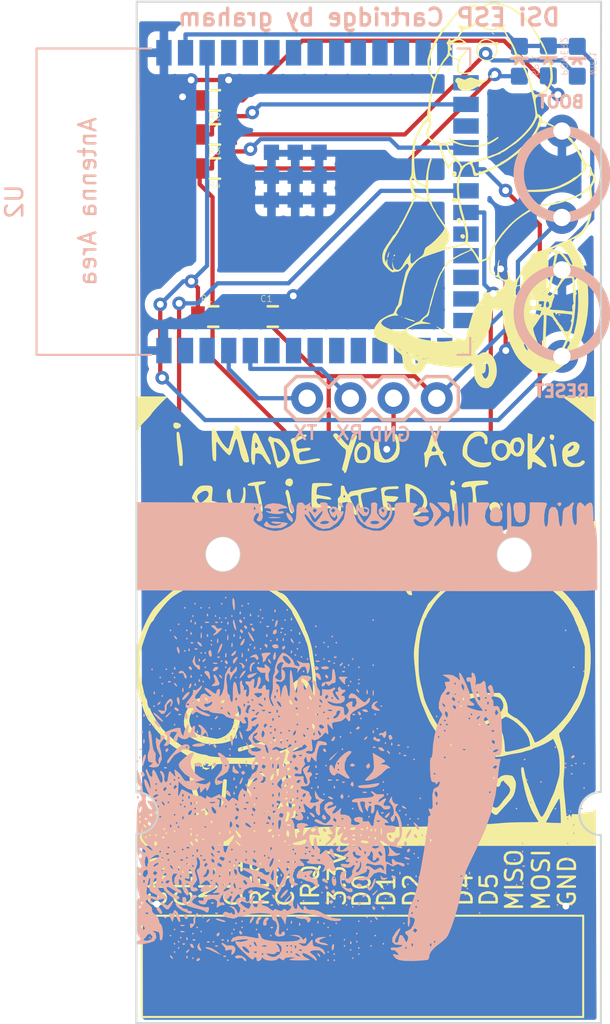
<source format=kicad_pcb>
(kicad_pcb (version 20240108) (generator "pcbnew") (generator_version "8.0")
  (title_block (title "Nintendo DS Breakout Board") (date "2021-01-04") (rev "1.0") (company "pedro-javierf") (comment 1 "pedrojavier.com") (comment 2 "A breakout board for Nintendo DS/DSi/3DS exposing all signals"))
  (layers (0 "F.Cu" signal) (31 "B.Cu" signal) (34 "B.Paste" user) (35 "F.Paste" user) (36 "B.SilkS" user "B.Silkscreen") (37 "F.SilkS" user "F.Silkscreen") (38 "B.Mask" user) (39 "F.Mask" user) (44 "Edge.Cuts" user))
  (net 0 "")
  (net 2 "/WIFI_IND")
  (net 34 "/GND")
  (net 38 "unconnected-(U1-UNUSED-Pad3)")
  (net 41 "/TXD")
  (net 42 "/RXD")
  (net 43 "/VCC")
  (net 44 "/SPI_CS")
  (net 45 "/SPI_CLK")
  (net 46 "/SPI_MOSI")
  (net 47 "/SPI_MISO")
  (net 48 "Net-(BOOT1-1)")
  (net 49 "Net-(RESET1-1)")
  (net 50 "Net-(POWER2-PadA)")
  (net 51 "Net-(R3-Pad1)")
  (net 52 "Net-(R4-Pad1)")
  (footprint "Connector:nds_contact_pads" (layer "F.Cu") (at 124.5 92.8579)
    (property "Reference" "U1" (hide yes))
    (property "Value" "ndsPADS" (hide yes))
    (pad "1" smd rect (at -7.1 3.95) (size 1 5) (layers "F.Cu" "F.Paste" "F.Mask") (net 34 "/GND"))
    (pad "2" smd rect (at -5.6 3.35) (size 1 3.8) (layers "F.Cu" "F.Paste" "F.Mask") (net 45 "/SPI_CLK"))
    (pad "3" smd rect (at -4.1 3.35) (size 1 3.8) (layers "F.Cu" "F.Paste" "F.Mask") (net 38 "unconnected-(U1-UNUSED-Pad3)"))
    (pad "4" smd rect (at -2.6 3.35) (size 1 3.8) (layers "F.Cu" "F.Paste" "F.Mask"))
    (pad "5" smd rect (at -1.1 3.35) (size 1 3.8) (layers "F.Cu" "F.Paste" "F.Mask"))
    (pad "6" smd rect (at 0.4 3.35) (size 1 3.8) (layers "F.Cu" "F.Paste" "F.Mask") (net 44 "/SPI_CS"))
    (pad "7" smd rect (at 1.9 3.35) (size 1 3.8) (layers "F.Cu" "F.Paste" "F.Mask"))
    (pad "8" smd rect (at 3.4 3.7) (size 1 4.5) (layers "F.Cu" "F.Paste" "F.Mask") (net 43 "/VCC"))
    (pad "9" smd rect (at 4.9 3.35) (size 1 3.8) (layers "F.Cu" "F.Paste" "F.Mask"))
    (pad "10" smd rect (at 6.4 3.35) (size 1 3.8) (layers "F.Cu" "F.Paste" "F.Mask"))
    (pad "11" smd rect (at 7.9 3.35) (size 1 3.8) (layers "F.Cu" "F.Paste" "F.Mask"))
    (pad "12" smd rect (at 9.4 3.35) (size 1 3.8) (layers "F.Cu" "F.Paste" "F.Mask"))
    (pad "13" smd rect (at 10.9 3.35) (size 1 3.8) (layers "F.Cu" "F.Paste" "F.Mask"))
    (pad "14" smd rect (at 12.4 3.35) (size 1 3.8) (layers "F.Cu" "F.Paste" "F.Mask"))
    (pad "15" smd rect (at 13.9 3.35) (size 1 3.8) (layers "F.Cu" "F.Paste" "F.Mask") (net 47 "/SPI_MISO"))
    (pad "16" smd rect (at 15.4 3.35) (size 1 3.8) (layers "F.Cu" "F.Paste" "F.Mask") (net 46 "/SPI_MOSI"))
    (pad "17" smd rect (at 16.9 3.95) (size 1 5) (layers "F.Cu" "F.Paste" "F.Mask") (net 34 "/GND"))
  )
  (footprint "Ilya_Teach:0805" (layer "F.Cu") (at 120.8 48 180)
    (property "Reference" "R3" (at 0.4 -1.2 0) (layer "F.SilkS") (effects (font (size 0.373888 0.373888) (thickness 0.032512)) (justify left bottom)))
    (property "Value" "330")
    (pad "1" smd rect (at -0.9 0 180) (size 0.8 1.2) (layers "F.Cu" "F.Paste" "F.Mask") (net 51 "Net-(R3-Pad1)"))
    (pad "2" smd rect (at 0.9 0 180) (size 0.8 1.2) (layers "F.Cu" "F.Paste" "F.Mask") (net 2 "/WIFI_IND"))
  )
  (footprint "LOGO" (layer "F.Cu") (at 129.7 76.6)
    (property "Reference" "cookie" (hide yes))
    (property "Value" "LOGO" (hide yes))
  )
  (footprint "Ilya_Teach:0805" (layer "F.Cu") (at 124.2 58.7)
    (property "Reference" "C1" (at -0.762 -0.8255 0) (layer "F.SilkS") (effects (font (size 0.373888 0.373888) (thickness 0.032512)) (justify left bottom)))
    (property "Value" "~")
    (pad "1" smd rect (at -0.9 0) (size 0.8 1.2) (layers "F.Cu" "F.Paste" "F.Mask") (net 43 "/VCC"))
    (pad "2" smd rect (at 0.9 0) (size 0.8 1.2) (layers "F.Cu" "F.Paste" "F.Mask") (net 34 "/GND"))
  )
  (footprint "LOGO" (layer "F.Cu") (at 136.5 50.5)
    (property "Reference" "joe" (hide yes))
    (property "Value" "LOGO" (hide yes))
  )
  (footprint "Ilya_Teach:0805" (layer "F.Cu") (at 120.8 46 180)
    (property "Reference" "R2" (at 0.4 -1.2 0) (layer "F.SilkS") (effects (font (size 0.373888 0.373888) (thickness 0.032512)) (justify left bottom)))
    (property "Value" "330")
    (pad "1" smd rect (at -0.9 0 180) (size 0.8 1.2) (layers "F.Cu" "F.Paste" "F.Mask") (net 50 "Net-(POWER2-PadA)"))
    (pad "2" smd rect (at 0.9 0 180) (size 0.8 1.2) (layers "F.Cu" "F.Paste" "F.Mask") (net 34 "/GND"))
  )
  (footprint "Ilya_Teach:0805" (layer "F.Cu") (at 120.8 50 180)
    (property "Reference" "R4" (at 0.4 -1.2 0) (layer "F.SilkS") (effects (font (size 0.373888 0.373888) (thickness 0.032512)) (justify left bottom)))
    (property "Value" "330")
    (pad "1" smd rect (at -0.9 0 180) (size 0.8 1.2) (layers "F.Cu" "F.Paste" "F.Mask") (net 52 "Net-(R4-Pad1)"))
    (pad "2" smd rect (at 0.9 0 180) (size 0.8 1.2) (layers "F.Cu" "F.Paste" "F.Mask") (net 44 "/SPI_CS"))
  )
  (footprint "Ilya_Teach:0805" (layer "F.Cu") (at 120.7 58.7)
    (property "Reference" "R1" (at -0.762 -0.8255 0) (layer "F.SilkS") (effects (font (size 0.373888 0.373888) (thickness 0.032512)) (justify left bottom)))
    (property "Value" "10000")
    (pad "1" smd rect (at -0.9 0) (size 0.8 1.2) (layers "F.Cu" "F.Paste" "F.Mask") (net 49 "Net-(RESET1-1)"))
    (pad "2" smd rect (at 0.9 0) (size 0.8 1.2) (layers "F.Cu" "F.Paste" "F.Mask") (net 43 "/VCC"))
  )
  (footprint "SparkFun-Connectors:1X04" (layer "B.Cu") (at 133.84 63.5 180)
    (property "Reference" "J1" (hide yes))
    (property "Value" "~" (hide yes))
    (pad "1" thru_hole circle (at 0 0 90) (size 1.8796 1.8796) (drill 1.016) (layers "*.Cu" "*.Mask") (net 43 "/VCC"))
    (pad "2" thru_hole circle (at 2.54 0 90) (size 1.8796 1.8796) (drill 1.016) (layers "*.Cu" "*.Mask") (net 34 "/GND"))
    (pad "3" thru_hole circle (at 5.08 0 90) (size 1.8796 1.8796) (drill 1.016) (layers "*.Cu" "*.Mask") (net 42 "/RXD"))
    (pad "4" thru_hole circle (at 7.62 0 90) (size 1.8796 1.8796) (drill 1.016) (layers "*.Cu" "*.Mask") (net 41 "/TXD"))
  )
  (footprint "PCM_Espressif:ESP32-S3-WROOM-1" (layer "B.Cu") (at 126.06 51.95 -90)
    (property "Reference" "U2" (at 0 17.05 90) (layer "B.SilkS") (effects (justify mirror)))
    (property "Value" "ESP32-S3-WROOM-1")
    (fp_text user "Antenna Area" (at 0 12.75 90) (layer "B.SilkS") (effects (justify mirror)))
    (pad "1" smd rect (at -8.75 8.26 270) (size 1.5 0.9) (layers "B.Cu" "B.Paste" "B.Mask") (net 34 "/GND"))
    (pad "2" smd rect (at -8.75 6.99 270) (size 1.5 0.9) (layers "B.Cu" "B.Paste" "B.Mask") (net 43 "/VCC"))
    (pad "3" smd rect (at -8.75 5.72 270) (size 1.5 0.9) (layers "B.Cu" "B.Paste" "B.Mask") (net 49 "Net-(RESET1-1)"))
    (pad "4" smd rect (at -8.75 4.45 270) (size 1.5 0.9) (layers "B.Cu" "B.Paste" "B.Mask"))
    (pad "5" smd rect (at -8.75 3.18 270) (size 1.5 0.9) (layers "B.Cu" "B.Paste" "B.Mask"))
    (pad "6" smd rect (at -8.75 1.91 270) (size 1.5 0.9) (layers "B.Cu" "B.Paste" "B.Mask"))
    (pad "7" smd rect (at -8.75 0.64 270) (size 1.5 0.9) (layers "B.Cu" "B.Paste" "B.Mask"))
    (pad "8" smd rect (at -8.75 -0.63 270) (size 1.5 0.9) (layers "B.Cu" "B.Paste" "B.Mask"))
    (pad "9" smd rect (at -8.75 -1.9 270) (size 1.5 0.9) (layers "B.Cu" "B.Paste" "B.Mask"))
    (pad "10" smd rect (at -8.75 -3.17 270) (size 1.5 0.9) (layers "B.Cu" "B.Paste" "B.Mask"))
    (pad "11" smd rect (at -8.75 -4.44 270) (size 1.5 0.9) (layers "B.Cu" "B.Paste" "B.Mask"))
    (pad "12" smd rect (at -8.75 -5.71 270) (size 1.5 0.9) (layers "B.Cu" "B.Paste" "B.Mask"))
    (pad "13" smd rect (at -8.75 -6.98 270) (size 1.5 0.9) (layers "B.Cu" "B.Paste" "B.Mask"))
    (pad "14" smd rect (at -8.75 -8.25 270) (size 1.5 0.9) (layers "B.Cu" "B.Paste" "B.Mask"))
    (pad "15" smd rect (at -6.985 -9.5 180) (size 1.5 0.9) (layers "B.Cu" "B.Paste" "B.Mask"))
    (pad "16" smd rect (at -5.715 -9.5 180) (size 1.5 0.9) (layers "B.Cu" "B.Paste" "B.Mask") (net 2 "/WIFI_IND"))
    (pad "17" smd rect (at -4.445 -9.5 180) (size 1.5 0.9) (layers "B.Cu" "B.Paste" "B.Mask"))
    (pad "18" smd rect (at -3.175 -9.5 180) (size 1.5 0.9) (layers "B.Cu" "B.Paste" "B.Mask") (net 44 "/SPI_CS"))
    (pad "19" smd rect (at -1.905 -9.5 180) (size 1.5 0.9) (layers "B.Cu" "B.Paste" "B.Mask") (net 46 "/SPI_MOSI"))
    (pad "20" smd rect (at -0.635 -9.5 180) (size 1.5 0.9) (layers "B.Cu" "B.Paste" "B.Mask") (net 45 "/SPI_CLK"))
    (pad "21" smd rect (at 0.635 -9.5 180) (size 1.5 0.9) (layers "B.Cu" "B.Paste" "B.Mask") (net 47 "/SPI_MISO"))
    (pad "22" smd rect (at 1.905 -9.5 180) (size 1.5 0.9) (layers "B.Cu" "B.Paste" "B.Mask"))
    (pad "23" smd rect (at 3.175 -9.5 180) (size 1.5 0.9) (layers "B.Cu" "B.Paste" "B.Mask"))
    (pad "24" smd rect (at 4.445 -9.5 180) (size 1.5 0.9) (layers "B.Cu" "B.Paste" "B.Mask"))
    (pad "25" smd rect (at 5.715 -9.5 180) (size 1.5 0.9) (layers "B.Cu" "B.Paste" "B.Mask"))
    (pad "26" smd rect (at 6.985 -9.5 180) (size 1.5 0.9) (layers "B.Cu" "B.Paste" "B.Mask"))
    (pad "27" smd rect (at 8.75 -8.25 90) (size 1.5 0.9) (layers "B.Cu" "B.Paste" "B.Mask") (net 48 "Net-(BOOT1-1)"))
    (pad "28" smd rect (at 8.75 -6.98 90) (size 1.5 0.9) (layers "B.Cu" "B.Paste" "B.Mask"))
    (pad "29" smd rect (at 8.75 -5.71 90) (size 1.5 0.9) (layers "B.Cu" "B.Paste" "B.Mask"))
    (pad "30" smd rect (at 8.75 -4.44 90) (size 1.5 0.9) (layers "B.Cu" "B.Paste" "B.Mask"))
    (pad "31" smd rect (at 8.75 -3.17 90) (size 1.5 0.9) (layers "B.Cu" "B.Paste" "B.Mask"))
    (pad "32" smd rect (at 8.75 -1.9 90) (size 1.5 0.9) (layers "B.Cu" "B.Paste" "B.Mask"))
    (pad "33" smd rect (at 8.75 -0.63 90) (size 1.5 0.9) (layers "B.Cu" "B.Paste" "B.Mask"))
    (pad "34" smd rect (at 8.75 0.64 90) (size 1.5 0.9) (layers "B.Cu" "B.Paste" "B.Mask"))
    (pad "35" smd rect (at 8.75 1.91 90) (size 1.5 0.9) (layers "B.Cu" "B.Paste" "B.Mask"))
    (pad "36" smd rect (at 8.75 3.18 90) (size 1.5 0.9) (layers "B.Cu" "B.Paste" "B.Mask") (net 42 "/RXD"))
    (pad "37" smd rect (at 8.75 4.45 90) (size 1.5 0.9) (layers "B.Cu" "B.Paste" "B.Mask") (net 41 "/TXD"))
    (pad "38" smd rect (at 8.75 5.72 90) (size 1.5 0.9) (layers "B.Cu" "B.Paste" "B.Mask"))
    (pad "39" smd rect (at 8.75 6.99 90) (size 1.5 0.9) (layers "B.Cu" "B.Paste" "B.Mask"))
    (pad "40" smd rect (at 8.75 8.26 90) (size 1.5 0.9) (layers "B.Cu" "B.Paste" "B.Mask") (net 34 "/GND"))
    (pad "41" smd rect (at -2.9 -0.86 90) (size 0.9 0.9) (layers "B.Cu" "B.Paste" "B.Mask") (net 34 "/GND"))
    (pad "41" smd rect (at -2.9 -0.86 90) (size 0.9 0.9) (layers "B.Cu" "B.Paste" "B.Mask") (net 34 "/GND"))
    (pad "41" smd rect (at -2.9 0.54 90) (size 0.9 0.9) (layers "B.Cu" "B.Paste" "B.Mask") (net 34 "/GND"))
    (pad "41" smd rect (at -2.9 1.94 90) (size 0.9 0.9) (layers "B.Cu" "B.Paste" "B.Mask") (net 34 "/GND"))
    (pad "41" smd rect (at -1.5 -0.86 90) (size 0.9 0.9) (layers "B.Cu" "B.Paste" "B.Mask") (net 34 "/GND"))
    (pad "41" smd rect (at -1.5 0.54 90) (size 0.9 0.9) (layers "B.Cu" "B.Paste" "B.Mask") (net 34 "/GND"))
    (pad "41" smd rect (at -1.5 1.94 90) (size 0.9 0.9) (layers "B.Cu" "B.Paste" "B.Mask") (net 34 "/GND"))
    (pad "41" smd rect (at -1.5 1.94 90) (size 0.9 0.9) (layers "B.Cu" "B.Paste" "B.Mask") (net 34 "/GND"))
    (pad "41" smd rect (at -0.1 -0.86 90) (size 0.9 0.9) (layers "B.Cu" "B.Paste" "B.Mask") (net 34 "/GND"))
    (pad "41" smd rect (at -0.1 0.54 90) (size 0.9 0.9) (layers "B.Cu" "B.Paste" "B.Mask") (net 34 "/GND"))
    (pad "41" smd rect (at -0.1 1.94 90) (size 0.9 0.9) (layers "B.Cu" "B.Paste" "B.Mask") (net 34 "/GND"))
    (zone (net 0) (net_name "") (layers "*.Cu") (name "antenna keepout") (connect_pads (clearance 0)) (min_thickness 0.254)
      (keepout (tracks not_allowed) (vias not_allowed) (pads not_allowed) (copperpour not_allowed) (footprints not_allowed))
      (fill (thermal_gap 0.508) (thermal_bridge_width 0.508))
      (polygon (pts (xy 116.26 60.95) (xy 116.26 42.95) (xy 110.31 42.95) (xy 110.31 60.95)))
    )
  )
  (footprint "Ilya_Teach:BTN_2" (layer "B.Cu") (at 141.2 58.5 90)
    (property "Reference" "RESET1" (hide yes))
    (property "Value" "~")
    (pad "P$1" thru_hole circle (at -2.54 0 90) (size 1.9304 1.9304) (drill 1.016) (layers "*.Cu" "*.Mask") (net 49 "Net-(RESET1-1)"))
    (pad "P$2" thru_hole circle (at 2.54 0 90) (size 1.9304 1.9304) (drill 1.016) (layers "*.Cu" "*.Mask") (net 34 "/GND"))
  )
  (footprint "Ilya_Teach:LED-0603" (layer "B.Cu") (at 138.7 43.7 180)
    (property "Reference" "SPI1" (at -0.6985 -0.889 -90) (layer "B.SilkS") (effects (font (size 0.373888 0.373888) (thickness 0.032512)) (justify left bottom mirror)))
    (property "Value" "GREEN")
    (pad "A" smd roundrect (at 0 -0.877 180) (size 1 1) (layers "B.Cu" "B.Paste" "B.Mask") (roundrect_rratio 0.15) (net 52 "Net-(R4-Pad1)"))
    (pad "C" smd roundrect (at 0 0.877 180) (size 1 1) (layers "B.Cu" "B.Paste" "B.Mask") (roundrect_rratio 0.15) (net 43 "/VCC"))
  )
  (footprint "Ilya_Teach:LED-0603" (layer "B.Cu") (at 142.1 43.7 180)
    (property "Reference" "WIFI1" (at -0.6985 -0.889 -90) (layer "B.SilkS") (effects (font (size 0.373888 0.373888) (thickness 0.032512)) (justify left bottom mirror)))
    (property "Value" "BLUE")
    (pad "A" smd roundrect (at 0 -0.877 180) (size 1 1) (layers "B.Cu" "B.Paste" "B.Mask") (roundrect_rratio 0.15) (net 51 "Net-(R3-Pad1)"))
    (pad "C" smd roundrect (at 0 0.877 180) (size 1 1) (layers "B.Cu" "B.Paste" "B.Mask") (roundrect_rratio 0.15) (net 43 "/VCC"))
  )
  (footprint "LOGO" (layer "B.Cu") (at 129.8 83.1 180)
    (property "Reference" "up" (hide yes))
    (property "Value" "LOGO" (hide yes))
  )
  (footprint "Ilya_Teach:BTN_2" (layer "B.Cu") (at 141.2 50.34 90)
    (property "Reference" "BOOT1" (hide yes))
    (property "Value" "~")
    (pad "P$1" thru_hole circle (at -2.54 0 90) (size 1.9304 1.9304) (drill 1.016) (layers "*.Cu" "*.Mask") (net 48 "Net-(BOOT1-1)"))
    (pad "P$2" thru_hole circle (at 2.54 0 90) (size 1.9304 1.9304) (drill 1.016) (layers "*.Cu" "*.Mask") (net 34 "/GND"))
  )
  (footprint "Ilya_Teach:LED-0603" (layer "B.Cu") (at 140.4 43.677 180)
    (property "Reference" "POWER2" (at -0.6985 -0.889 -90) (layer "B.SilkS") (effects (font (size 0.373888 0.373888) (thickness 0.032512)) (justify left bottom mirror)))
    (property "Value" "RED")
    (pad "A" smd roundrect (at 0 -0.877 180) (size 1 1) (layers "B.Cu" "B.Paste" "B.Mask") (roundrect_rratio 0.15) (net 50 "Net-(POWER2-PadA)"))
    (pad "C" smd roundrect (at 0 0.877 180) (size 1 1) (layers "B.Cu" "B.Paste" "B.Mask") (roundrect_rratio 0.15) (net 43 "/VCC"))
  )
  (gr_line (start 137.5 55.8) (end 137.6 55.9) (stroke (width 0.2)) (layer "B.Cu") (net 34))
  (gr_line (start 143.489999 86.638899) (end 143.489999 69.747899) (stroke (width 0.12)) (layer "Edge.Cuts"))
  (gr_arc (start 116.185784 86.653086) (mid 117.429963 87.878292) (end 116.184999 89.102699) (stroke (width 0.12)) (layer "Edge.Cuts"))
  (gr_arc (start 143.489913 89.1669) (mid 142.215959 87.902856) (end 143.489999 86.638899) (stroke (width 0.12)) (layer "Edge.Cuts"))
  (gr_line (start 116.184999 89.102699) (end 116.179999 100.227899) (stroke (width 0.12)) (layer "Edge.Cuts"))
  (gr_line (start 143.489999 100.227899) (end 143.489913 89.1669) (stroke (width 0.12)) (layer "Edge.Cuts"))
  (gr_line (start 116.179999 100.227899) (end 143.489999 100.227899) (stroke (width 0.12)) (layer "Edge.Cuts"))
  (gr_line (start 116.2 40.2) (end 116.184999 69.747899) (stroke (width 0.12)) (layer "Edge.Cuts"))
  (gr_circle (center 121.275 72.675) (end 121.65 73.625) (stroke (width 0.05)) (fill none) (layer "Edge.Cuts"))
  (gr_line (start 116.184999 69.747899) (end 116.185784 86.653086) (stroke (width 0.12)) (layer "Edge.Cuts"))
  (gr_line (start 143.5 40.2) (end 116.2 40.2) (stroke (width 0.12)) (layer "Edge.Cuts"))
  (gr_line (start 143.5 40.2) (end 143.489999 69.747899) (stroke (width 0.12)) (layer "Edge.Cuts"))
  (gr_circle (center 138.4 72.7) (end 138.5 73.725) (stroke (width 0.05)) (fill none) (layer "Edge.Cuts"))
  (gr_text "BOOT" (at 142.6 46.5 0) (layer "B.SilkS") (effects (font (size 0.7 0.7) (thickness 0.175) (bold yes)) (justify left bottom mirror)))
  (gr_text "DSi ESP Cartridge by graham" (at 141.2 41.7 0) (layer "B.SilkS") (effects (font (size 1 1) (thickness 0.2) (bold yes)) (justify left bottom mirror)))
  (gr_text "RX" (at 129.6 66 0) (layer "B.SilkS") (effects (font (size 0.8 0.8)) (justify left bottom mirror)))
  (gr_text "RESET" (at 142.9 63.5 0) (layer "B.SilkS") (effects (font (size 0.7 0.7) (thickness 0.175) (bold yes)) (justify left bottom mirror)))
  (gr_text "GND\n" (at 132.4 66.1 0) (layer "B.SilkS") (effects (font (size 0.8 0.8)) (justify left bottom mirror)))
  (gr_text "TX" (at 126.9 66 0) (layer "B.SilkS") (effects (font (size 0.8 0.8)) (justify left bottom mirror)))
  (gr_text "V\n" (at 134.2 66.1 0) (layer "B.SilkS") (effects (font (size 0.8 0.8)) (justify left bottom mirror)))
  (gr_text "NC" (at 120.426799 91.972899 90) (layer "F.SilkS") (effects (font (size 1 1))))
  (gr_text "D3" (at 133.929999 92.402899 90) (layer "F.SilkS") (effects (font (size 1 1))))
  (gr_text "CS1" (at 121.904999 91.927899 90) (layer "F.SilkS") (effects (font (size 1 1))))
  (gr_text "D1" (at 130.879999 92.427899 90) (layer "F.SilkS") (effects (font (size 1 1))))
  (gr_text "CLK" (at 118.979999 92.002899 90) (layer "F.SilkS") (effects (font (size 1 1))))
  (gr_text "MISO" (at 138.4 91.8 90) (layer "F.SilkS") (effects (font (size 1 1))))
  (gr_text "3.3V" (at 127.979999 91.702899 90) (layer "F.SilkS") (effects (font (size 1 1))))
  (gr_text "CS2" (at 124.929999 91.927899 90) (layer "F.SilkS") (effects (font (size 1 1))))
  (gr_text "GND" (at 141.504999 91.909399 90) (layer "F.SilkS") (effects (font (size 1 1))))
  (gr_text "IRQ" (at 126.404999 92.152899 90) (layer "F.SilkS") (effects (font (size 1 1))))
  (gr_text "MOSI" (at 139.979999 91.8 90) (layer "F.SilkS") (effects (font (size 1 1))))
  (gr_text "D5" (at 136.904999 92.377899 90) (layer "F.SilkS") (effects (font (size 1 1))))
  (gr_text "GND" (at 117.454999 91.902899 90) (layer "F.SilkS") (effects (font (size 1 1))))
  (gr_text "D0" (at 129.429999 92.452899 90) (layer "F.SilkS") (effects (font (size 1 1))))
  (gr_text "D2" (at 132.404999 92.427899 90) (layer "F.SilkS") (effects (font (size 1 1))))
  (gr_text "D4" (at 135.429999 92.377899 90) (layer "F.SilkS") (effects (font (size 1 1))))
  (gr_text "RES" (at 123.454999 91.927899 90) (layer "F.SilkS") (effects (font (size 1 1))))
  (segment (start 121.2458 46.9267) (end 120.6267 47.5458) (width 0.25) (layer "F.Cu") (net 2))
  (segment (start 122.9938 46.7113) (end 122.7784 46.9267) (width 0.25) (layer "F.Cu") (net 2))
  (segment (start 122.7784 46.9267) (end 121.2458 46.9267) (width 0.25) (layer "F.Cu") (net 2))
  (segment (start 120.6267 47.5458) (end 120.6267 48) (width 0.25) (layer "F.Cu") (net 2))
  (segment (start 119.9 48) (end 120.6267 48) (width 0.25) (layer "F.Cu") (net 2))
  (via (at 122.9938 46.7113) (size 0.8) (drill 0.4) (layers "F.Cu" "B.Cu") (net 2))
  (segment (start 135.56 46.235) (end 123.4701 46.235) (width 0.25) (layer "B.Cu") (net 2))
  (segment (start 123.4701 46.235) (end 122.9938 46.7113) (width 0.25) (layer "B.Cu") (net 2))
  (segment (start 137.6 55.9) (end 137.8917 56.1917) (width 0.25) (layer "F.Cu") (net 34))
  (segment (start 125.4051 57.4864) (end 125.1182 57.7733) (width 0.25) (layer "F.Cu") (net 34))
  (segment (start 119.9 46) (end 119.1733 46) (width 0.25) (layer "F.Cu") (net 34))
  (segment (start 131.3 66.1) (end 130.9 66.5) (width 0.25) (layer "F.Cu") (net 34))
  (segment (start 125.1182 57.7733) (end 125.1 57.7733) (width 0.25) (layer "F.Cu") (net 34))
  (segment (start 131.3 63.5) (end 131.3 66.1) (width 0.25) (layer "F.Cu") (net 34))
  (segment (start 118.8946 45.7889) (end 118.9622 45.7889) (width 0.25) (layer "F.Cu") (net 34))
  (segment (start 118.9622 45.7889) (end 119.1733 46) (width 0.25) (layer "F.Cu") (net 34))
  (segment (start 119.4 44.8) (end 119.5 44.8) (width 0.25) (layer "F.Cu") (net 34))
  (segment (start 141.433 93.3445) (end 141.4 93.3775) (width 0.25) (layer "F.Cu") (net 34))
  (segment (start 119.5 44.8) (end 121.6 44.8) (width 0.25) (layer "F.Cu") (net 34))
  (segment (start 137.8917 56.1917) (end 137.8917 60.6917) (width 0.25) (layer "F.Cu") (net 34))
  (segment (start 117.4 93.2385) (end 117.4 96.8079) (width 0.25) (layer "F.Cu") (net 34))
  (segment (start 121.6 44.8) (end 121.5 44.8) (width 0.25) (layer "F.Cu") (net 34))
  (segment (start 130.9 66.5) (end 131 66.4) (width 0.25) (layer "F.Cu") (net 34))
  (segment (start 117.379 93.2175) (end 117.4 93.2385) (width 0.25) (layer "F.Cu") (net 34))
  (segment (start 125.1 58.7) (end 125.1 57.7733) (width 0.25) (layer "F.Cu") (net 34))
  (segment (start 137.8917 60.6917) (end 137.9 60.7) (width 0.25) (layer "F.Cu") (net 34))
  (segment (start 141.4 93.3775) (end 141.4 96.8079) (width 0.25) (layer "F.Cu") (net 34))
  (via (at 137.6 55.9) (size 0.8) (drill 0.4) (layers "F.Cu" "B.Cu") (net 34))
  (via (at 118.8946 45.7889) (size 0.8) (drill 0.4) (layers "F.Cu" "B.Cu") (net 34))
  (via (at 125.4051 57.4864) (size 0.8) (drill 0.4) (layers "F.Cu" "B.Cu") (net 34))
  (via (at 121.6 44.8) (size 0.8) (drill 0.4) (layers "F.Cu" "B.Cu") (net 34))
  (via (at 130.9 66.5) (size 0.8) (drill 0.4) (layers "F.Cu" "B.Cu") (net 34))
  (via (at 119.4 44.8) (size 0.8) (drill 0.4) (layers "F.Cu" "B.Cu") (net 34))
  (via (at 117.379 93.2175) (size 0.8) (drill 0.4) (layers "F.Cu" "B.Cu") (net 34))
  (via (at 141.433 93.3445) (size 0.8) (drill 0.4) (layers "F.Cu" "B.Cu") (net 34))
  (via (at 137.9 60.7) (size 0.8) (drill 0.4) (layers "F.Cu" "B.Cu") (net 34))
  (segment (start 120.4 73.5339) (end 120.4 96.2079) (width 0.25) (layer "F.Cu") (net 38))
  (segment (start 121.265 72.6689) (end 120.4 73.5339) (width 0.25) (layer "F.Cu") (net 38))
  (via (at 138.4 72.7) (size 2.1) (drill 2) (layers "F.Cu" "B.Cu") (net 38))
  (via (at 121.265 72.6689) (size 2.1) (drill 2) (layers "F.Cu" "B.Cu") (net 38))
  (segment (start 138.3689 72.6689) (end 138.4 72.7) (width 0.25) (layer "B.Cu") (net 38))
  (segment (start 121.265 72.6689) (end 138.3689 72.6689) (width 0.25) (layer "B.Cu") (net 38))
  (segment (start 126.22 63.5) (end 123.3333 63.5) (width 0.25) (layer "B.Cu") (net 41))
  (segment (start 123.3333 63.5) (end 121.61 61.7767) (width 0.25) (layer "B.Cu") (net 41))
  (segment (start 121.61 60.7) (end 121.61 61.7767) (width 0.25) (layer "B.Cu") (net 41))
  (segment (start 122.88 60.7) (end 122.88 61.7767) (width 0.25) (layer "B.Cu") (net 42))
  (segment (start 122.88 61.7767) (end 127.0367 61.7767) (width 0.25) (layer "B.Cu") (net 42))
  (segment (start 127.0367 61.7767) (end 128.76 63.5) (width 0.25) (layer "B.Cu") (net 42))
  (segment (start 121.6 58.7) (end 123.3 58.7) (width 0.25) (layer "F.Cu") (net 43))
  (segment (start 127.49 62.2045) (end 127.077 62.2045) (width 0.25) (layer "F.Cu") (net 43))
  (segment (start 124.0267 59.1542) (end 124.0267 58.7) (width 0.25) (layer "F.Cu") (net 43))
  (segment (start 127.9 93.9812) (end 127.49 93.5712) (width 0.25) (layer "F.Cu") (net 43))
  (segment (start 127.49 93.5712) (end 127.49 62.2045) (width 0.25) (layer "F.Cu") (net 43))
  (segment (start 127.9 96.5579) (end 127.9 93.9812) (width 0.25) (layer "F.Cu") (net 43))
  (segment (start 123.3 58.7) (end 124.0267 58.7) (width 0.25) (layer "F.Cu") (net 43))
  (segment (start 127.077 62.2045) (end 124.0267 59.1542) (width 0.25) (layer "F.Cu") (net 43))
  (segment (start 132.5445 62.2045) (end 133.84 63.5) (width 0.25) (layer "F.Cu") (net 43))
  (segment (start 127.49 62.2045) (end 132.5445 62.2045) (width 0.25) (layer "F.Cu") (net 43))
  (segment (start 142.077 42.8) (end 142.1 42.823) (width 0.25) (layer "B.Cu") (net 43))
  (segment (start 138.723 42.8) (end 138.7 42.823) (width 0.25) (layer "B.Cu") (net 43))
  (segment (start 142.9818 43.7048) (end 142.1 42.823) (width 0.25) (layer "B.Cu") (net 43))
  (segment (start 139.0656 58.2744) (end 139.0656 56.2416) (width 0.25) (layer "B.Cu") (net 43))
  (segment (start 142.9818 52.9368) (end 142.9818 43.7048) (width 0.25) (layer "B.Cu") (net 43))
  (segment (start 119.07 43.2) (end 119.07 42.1233) (width 0.25) (layer "B.Cu") (net 43))
  (segment (start 138.7 42.823) (end 138.0003 42.1233) (width 0.25) (layer "B.Cu") (net 43))
  (segment (start 133.84 63.5) (end 139.0656 58.2744) (width 0.25) (layer "B.Cu") (net 43))
  (segment (start 140.4 42.8) (end 142.077 42.8) (width 0.25) (layer "B.Cu") (net 43))
  (segment (start 140.4 42.8) (end 138.723 42.8) (width 0.25) (layer "B.Cu") (net 43))
  (segment (start 140.8872 54.42) (end 141.4986 54.42) (width 0.25) (layer "B.Cu") (net 43))
  (segment (start 139.0656 56.2416) (end 140.8872 54.42) (width 0.25) (layer "B.Cu") (net 43))
  (segment (start 141.4986 54.42) (end 142.9818 52.9368) (width 0.25) (layer "B.Cu") (net 43))
  (segment (start 138.0003 42.1233) (end 119.07 42.1233) (width 0.25) (layer "B.Cu") (net 43))
  (segment (start 122.7523 49) (end 122.885 48.8673) (width 0.25) (layer "F.Cu") (net 44))
  (segment (start 120.6267 50) (end 120.6267 49.5458) (width 0.25) (layer "F.Cu") (net 44))
  (segment (start 119.9 50) (end 119.9 50.9267) (width 0.25) (layer "F.Cu") (net 44))
  (segment (start 120.6584 61.1982) (end 120.6584 51.6851) (width 0.25) (layer "F.Cu") (net 44))
  (segment (start 119.9 50) (end 120.6267 50) (width 0.25) (layer "F.Cu") (net 44))
  (segment (start 124.9 65.4398) (end 120.6584 61.1982) (width 0.25) (layer "F.Cu") (net 44))
  (segment (start 121.1725 49) (end 122.7523 49) (width 0.25) (layer "F.Cu") (net 44))
  (segment (start 120.6584 51.6851) (end 119.9 50.9267) (width 0.25) (layer "F.Cu") (net 44))
  (segment (start 124.9 96.2079) (end 124.9 65.4398) (width 0.25) (layer "F.Cu") (net 44))
  (segment (start 120.6267 49.5458) (end 121.1725 49) (width 0.25) (layer "F.Cu") (net 44))
  (via (at 122.885 48.8673) (size 0.8) (drill 0.4) (layers "F.Cu" "B.Cu") (net 44))
  (segment (start 131.5902 48.775) (end 131.0885 48.2733) (width 0.25) (layer "B.Cu") (net 44))
  (segment (start 135.56 48.775) (end 131.5902 48.775) (width 0.25) (layer "B.Cu") (net 44))
  (segment (start 123.479 48.2733) (end 122.885 48.8673) (width 0.25) (layer "B.Cu") (net 44))
  (segment (start 131.0885 48.2733) (end 123.479 48.2733) (width 0.25) (layer "B.Cu") (net 44))
  (segment (start 118.9 96.2079) (end 118.9 93.9812) (width 0.25) (layer "F.Cu") (net 45))
  (segment (start 118.6922 93.7734) (end 118.9 93.9812) (width 0.25) (layer "F.Cu") (net 45))
  (segment (start 118.6922 57.9253) (end 118.6922 93.7734) (width 0.25) (layer "F.Cu") (net 45))
  (via (at 118.6922 57.9253) (size 0.8) (drill 0.4) (layers "F.Cu" "B.Cu") (net 45))
  (segment (start 135.56 51.315) (end 130.551 51.315) (width 0.25) (layer "B.Cu") (net 45))
  (segment (start 120.9562 56.7467) (end 119.7776 57.9253) (width 0.25) (layer "B.Cu") (net 45))
  (segment (start 119.7776 57.9253) (end 118.6922 57.9253) (width 0.25) (layer "B.Cu") (net 45))
  (segment (start 125.1193 56.7467) (end 120.9562 56.7467) (width 0.25) (layer "B.Cu") (net 45))
  (segment (start 130.551 51.315) (end 125.1193 56.7467) (width 0.25) (layer "B.Cu") (net 45))
  (segment (start 139.9 96.2079) (end 139.9 53.3083) (width 0.25) (layer "F.Cu") (net 46))
  (segment (start 139.9 53.3083) (end 137.8872 51.2955) (width 0.25) (layer "F.Cu") (net 46))
  (via (at 137.8872 51.2955) (size 0.8) (drill 0.4) (layers "F.Cu" "B.Cu") (net 46))
  (segment (start 136.6367 50.045) (end 137.8872 51.2955) (width 0.25) (layer "B.Cu") (net 46))
  (segment (start 135.56 50.045) (end 136.6367 50.045) (width 0.25) (layer "B.Cu") (net 46))
  (segment (start 138.4 84.6507) (end 138.4 96.2079) (width 0.25) (layer "F.Cu") (net 47))
  (segment (start 137.0148 83.2655) (end 138.4 84.6507) (width 0.25) (layer "F.Cu") (net 47))
  (segment (start 137.0148 57.4925) (end 137.0148 83.2655) (width 0.25) (layer "F.Cu") (net 47))
  (segment (start 137.1668 57.3405) (end 137.0148 57.4925) (width 0.25) (layer "F.Cu") (net 47))
  (via (at 137.1668 57.3405) (size 0.8) (drill 0.4) (layers "F.Cu" "B.Cu") (net 47))
  (segment (start 136.6367 52.585) (end 136.6367 56.8104) (width 0.25) (layer "B.Cu") (net 47))
  (segment (start 135.56 52.585) (end 136.6367 52.585) (width 0.25) (layer "B.Cu") (net 47))
  (segment (start 136.6367 56.8104) (end 137.1668 57.3405) (width 0.25) (layer "B.Cu") (net 47))
  (segment (start 134.31 60.7) (end 135.4606 60.7) (width 0.25) (layer "B.Cu") (net 48))
  (segment (start 138.6139 55.4661) (end 141.2 52.88) (width 0.25) (layer "B.Cu") (net 48))
  (segment (start 135.4606 60.7) (end 138.6139 57.5467) (width 0.25) (layer "B.Cu") (net 48))
  (segment (start 138.6139 57.5467) (end 138.6139 55.4661) (width 0.25) (layer "B.Cu") (net 48))
  (segment (start 119.8 58.7) (end 119.8 57.0134) (width 0.25) (layer "F.Cu") (net 49))
  (segment (start 117.58365 57.98365) (end 117.58365 62.18365) (width 0.25) (layer "F.Cu") (net 49))
  (segment (start 119.8 57.0134) (end 119.4148 56.6282) (width 0.25) (layer "F.Cu") (net 49))
  (segment (start 117.58365 62.18365) (end 117.7 62.3) (width 0.25) (layer "F.Cu") (net 49))
  (via (at 119.4148 56.6282) (size 0.8) (drill 0.4) (layers "F.Cu" "B.Cu") (net 49))
  (via (at 117.7 62.3) (size 0.8) (drill 0.4) (layers "F.Cu" "B.Cu") (net 49))
  (via (at 117.58365 57.98365) (size 0.8) (drill 0.4) (layers "F.Cu" "B.Cu") (net 49))
  (segment (start 120.2162 64.7829) (end 137.4571 64.7829) (width 0.25) (layer "B.Cu") (net 49))
  (segment (start 119.4148 56.6282) (end 120.34 55.703) (width 0.25) (layer "B.Cu") (net 49))
  (segment (start 118.9391 56.6282) (end 119.4148 56.6282) (width 0.25) (layer "B.Cu") (net 49))
  (segment (start 137.4571 64.7829) (end 141.2 61.04) (width 0.25) (layer "B.Cu") (net 49))
  (segment (start 117.58365 57.98365) (end 118.9391 56.6282) (width 0.25) (layer "B.Cu") (net 49))
  (segment (start 117.7333 62.3) (end 120.2162 64.7829) (width 0.25) (layer "B.Cu") (net 49))
  (segment (start 117.7 62.3) (end 117.7333 62.3) (width 0.25) (layer "B.Cu") (net 49))
  (segment (start 120.34 55.703) (end 120.34 43.2) (width 0.25) (layer "B.Cu") (net 49))
  (segment (start 140.9663 45.6596) (end 137.7988 42.4921) (width 0.25) (layer "F.Cu") (net 50))
  (segment (start 121.7 46) (end 122.4267 46) (width 0.25) (layer "F.Cu") (net 50))
  (segment (start 137.7988 42.4921) (end 125.9346 42.4921) (width 0.25) (layer "F.Cu") (net 50))
  (segment (start 125.9346 42.4921) (end 122.4267 46) (width 0.25) (layer "F.Cu") (net 50))
  (via (at 140.9663 45.6596) (size 0.8) (drill 0.4) (layers "F.Cu" "B.Cu") (net 50))
  (segment (start 140.4 44.554) (end 140.4 45.0933) (width 0.25) (layer "B.Cu") (net 50))
  (segment (start 140.4 45.0933) (end 140.9663 45.6596) (width 0.25) (layer "B.Cu") (net 50))
  (segment (start 131.9662 48) (end 122.4267 48) (width 0.25) (layer "F.Cu") (net 51))
  (segment (start 121.7 48) (end 122.4267 48) (width 0.25) (layer "F.Cu") (net 51))
  (segment (start 136.7158 43.2504) (end 131.9662 48) (width 0.25) (layer "F.Cu") (net 51))
  (via (at 136.7158 43.2504) (size 0.8) (drill 0.4) (layers "F.Cu" "B.Cu") (net 51))
  (segment (start 142.1 44.577) (end 141.1733 43.6503) (width 0.25) (layer "B.Cu") (net 51))
  (segment (start 137.1157 43.6503) (end 136.7158 43.2504) (width 0.25) (layer "B.Cu") (net 51))
  (segment (start 141.1733 43.6503) (end 137.1157 43.6503) (width 0.25) (layer "B.Cu") (net 51))
  (segment (start 131.7252 50) (end 121.7 50) (width 0.25) (layer "F.Cu") (net 52))
  (segment (start 137.2547 44.4705) (end 131.7252 50) (width 0.25) (layer "F.Cu") (net 52))
  (via (at 137.2547 44.4705) (size 0.8) (drill 0.4) (layers "F.Cu" "B.Cu") (net 52))
  (segment (start 138.7 44.577) (end 137.3612 44.577) (width 0.25) (layer "B.Cu") (net 52))
  (segment (start 137.3612 44.577) (end 137.2547 44.4705) (width 0.25) (layer "B.Cu") (net 52))
  (zone (net 34) (net_name "/GND") (layer "B.Cu") (connect_pads (clearance 0.508)) (min_thickness 0.254) (fill yes (thermal_gap 0.508) (thermal_bridge_width 0.508))
    (polygon (pts (xy 116.340599 41.351099) (xy 143.010599 41.401899) (xy 143.235999 100.024699) (xy 116.565999 100.024699) (xy 116.464399 69.900299)))
  )
)
</source>
